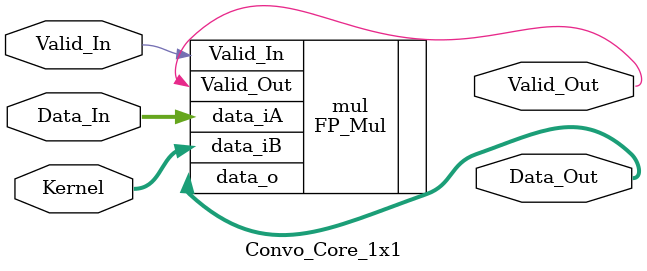
<source format=v>
module Convo_Core_1x1 (
    input [31:0] Data_In,
    input [31:0] Kernel,
    input Valid_In,
    output [31:0] Data_Out,
    output Valid_Out
);
    // Controler
    // Datapath

    FP_Mul mul (
        .data_iA(Data_In),
        .data_iB(Kernel),
        .Valid_In(Valid_In),
        .data_o(Data_Out),
        .Valid_Out(Valid_Out)
    );
endmodule
</source>
